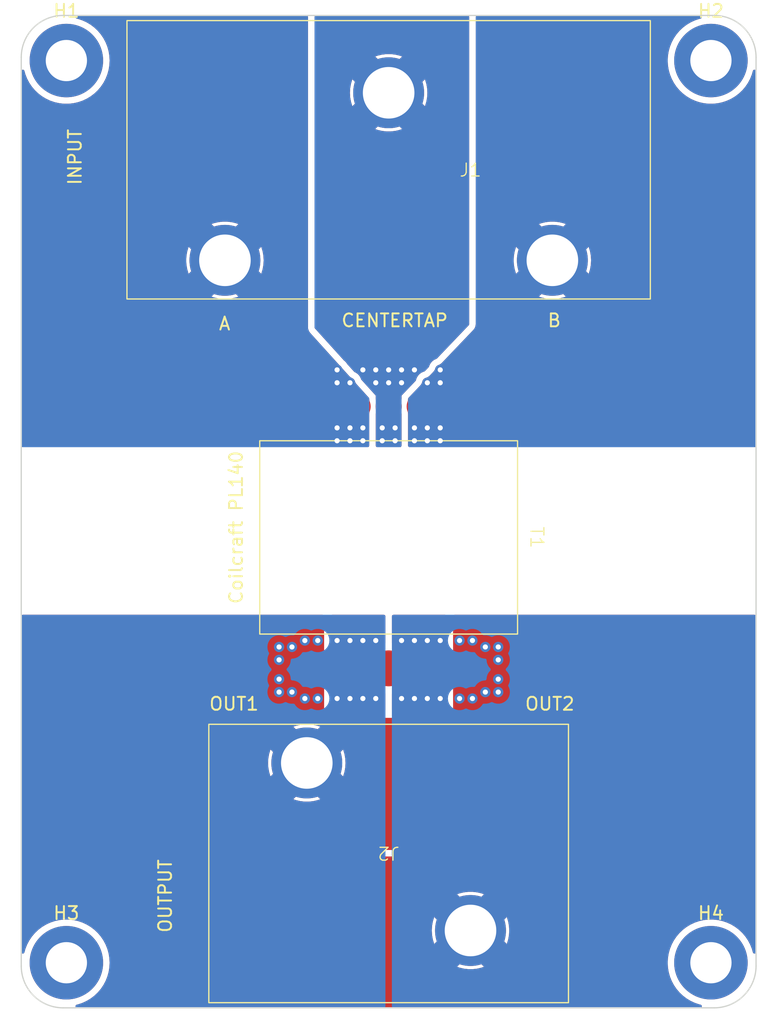
<source format=kicad_pcb>
(kicad_pcb (version 20221018) (generator pcbnew)
  (layers (0 "F.Cu" signal) (1 "In1.Cu" signal) (2 "In2.Cu" signal) (31 "B.Cu" signal) (34 "B.Paste" user) (35 "F.Paste" user) (36 "B.SilkS" user "B.Silkscreen") (37 "F.SilkS" user "F.Silkscreen") (38 "B.Mask" user) (39 "F.Mask" user) (44 "Edge.Cuts" user))
  (net 0 "")
  (net 1 "Net-(J1-Pin_1)")
  (net 2 "Net-(J1-Pin_2)")
  (net 3 "Net-(J1-Pin_3)")
  (net 4 "OUT1")
  (net 5 "OUT2")
  (footprint "MountingHole:MountingHole_3.2mm_M3_ISO7380_Pad" (layer "F.Cu") (at 114 87)
    (fp_text reference "H4" (at 0 -3.85) (layer "F.SilkS"))
    (fp_text value "MountingHole")
    (pad "1" thru_hole circle (at 0 0) (size 5.7 5.7) (drill 3.2) (layers "*.Cu" "*.Mask"))
  )
  (footprint "MountingHole:MountingHole_3.2mm_M3_ISO7380_Pad" (layer "F.Cu") (at 64 87)
    (fp_text reference "H3" (at 0 -3.85) (layer "F.SilkS"))
    (fp_text value "MountingHole")
    (pad "1" thru_hole circle (at 0 0) (size 5.7 5.7) (drill 3.2) (layers "*.Cu" "*.Mask"))
  )
  (footprint "BarrierBlock:0389690002" (layer "F.Cu") (at 89 78 180)
    (fp_text reference "J2" (at 0 -0.5 180 unlocked) (layer "F.SilkS") (effects (font (thickness 0.1))))
    (fp_text value "Conn_01x02")
    (fp_rect (start -13.95 -12.1) (end 13.95 9.5) (stroke (width 0.1)) (fill none) (layer "F.SilkS"))
    (pad "1" thru_hole circle (at -6.35 -6.5 180) (size 5.5 5.5) (drill 4) (layers "*.Cu" "*.Mask") (net 4 "OUT1"))
    (pad "2" thru_hole circle (at 6.35 6.5 180) (size 5.5 5.5) (drill 4) (layers "*.Cu" "*.Mask") (net 5 "OUT2"))
  )
  (footprint "MountingHole:MountingHole_3.2mm_M3_ISO7380_Pad" (layer "F.Cu") (at 114 17)
    (fp_text reference "H2" (at 0 -3.85) (layer "F.SilkS"))
    (fp_text value "MountingHole")
    (pad "1" thru_hole circle (at 0 0) (size 5.7 5.7) (drill 3.2) (layers "*.Cu" "*.Mask"))
  )
  (footprint "MountingHole:MountingHole_3.2mm_M3_ISO7380_Pad" (layer "F.Cu") (at 64 17)
    (fp_text reference "H1" (at 0 -3.85) (layer "F.SilkS"))
    (fp_text value "MountingHole")
    (pad "1" thru_hole circle (at 0 0) (size 5.7 5.7) (drill 3.2) (layers "*.Cu" "*.Mask"))
  )
  (footprint "BarrierBlock:0389690003" (layer "F.Cu") (at 89 26)
    (fp_text reference "J1" (at 6.35 -0.5 unlocked) (layer "F.SilkS") (effects (font (thickness 0.1))))
    (fp_text value "Conn_01x03")
    (fp_rect (start -20.3 -12.1) (end 20.3 9.5) (stroke (width 0.1)) (fill none) (layer "F.SilkS"))
    (pad "1" thru_hole circle (at -12.7 6.5) (size 5.5 5.5) (drill 4) (layers "*.Cu" "*.Mask") (net 1 "Net-(J1-Pin_1)"))
    (pad "2" thru_hole circle (at 0 -6.5) (size 5.5 5.5) (drill 4) (layers "*.Cu" "*.Mask") (net 2 "Net-(J1-Pin_2)"))
    (pad "3" thru_hole circle (at 12.7 6.5) (size 5.5 5.5) (drill 4) (layers "*.Cu" "*.Mask") (net 3 "Net-(J1-Pin_3)"))
  )
  (footprint "Transformer_SMD:Transformer_Coilcraft_PL140" (layer "F.Cu") (at 89 54 -90)
    (fp_text reference "T1" (at 0 -11.5 -90 unlocked) (layer "F.SilkS") (effects (font (thickness 0.1))))
    (fp_text value "Transformer_SP_2S")
    (fp_rect (start -7.5 -10) (end 7.5 10) (stroke (width 0.1)) (fill none) (layer "F.SilkS"))
    (pad "1" smd circle (at -10.16 -4.82 270) (size 2.03 2.03) (layers "F.Cu" "F.Paste" "F.Mask"))
    (pad "2" smd circle (at -10.16 -2.41 270) (size 2.03 2.03) (layers "F.Cu" "F.Paste" "F.Mask") (net 3 "Net-(J1-Pin_3)"))
    (pad "3" smd circle (at -10.16 0 270) (size 2.03 2.03) (layers "F.Cu" "F.Paste" "F.Mask") (net 2 "Net-(J1-Pin_2)"))
    (pad "4" smd circle (at -10.16 2.41 270) (size 2.03 2.03) (layers "F.Cu" "F.Paste" "F.Mask") (net 1 "Net-(J1-Pin_1)"))
    (pad "5" smd circle (at -10.16 4.82 270) (size 2.03 2.03) (layers "F.Cu" "F.Paste" "F.Mask"))
    (pad "6" smd circle (at 10.16 6.36 270) (size 2.79 2.79) (layers "F.Cu" "F.Paste" "F.Mask") (net 4 "OUT1"))
    (pad "7" smd circle (at 10.16 3.18 270) (size 2.79 2.79) (layers "F.Cu" "F.Paste" "F.Mask") (net 5 "OUT2"))
    (pad "8" smd circle (at 10.16 0 270) (size 2.79 2.79) (layers "F.Cu" "F.Paste" "F.Mask"))
    (pad "9" smd circle (at 10.16 -3.18 270) (size 2.79 2.79) (layers "F.Cu" "F.Paste" "F.Mask") (net 4 "OUT1"))
    (pad "10" smd circle (at 10.16 -6.36 270) (size 2.79 2.79) (layers "F.Cu" "F.Paste" "F.Mask") (net 5 "OUT2"))
  )
  (gr_line (start 114.25 90.5) (end 63.75 90.5) (stroke (width 0.1)) (layer "Edge.Cuts"))
  (gr_line (start 117.5 16.75) (end 117.5 87.25) (stroke (width 0.1)) (layer "Edge.Cuts"))
  (gr_line (start 63.75 13.5) (end 114.25 13.5) (stroke (width 0.1)) (layer "Edge.Cuts"))
  (gr_arc (start 117.5 87.25) (mid 116.548097 89.548097) (end 114.25 90.5) (stroke (width 0.1)) (layer "Edge.Cuts"))
  (gr_arc (start 114.25 13.5) (mid 116.548097 14.451903) (end 117.5 16.75) (stroke (width 0.1)) (layer "Edge.Cuts"))
  (gr_arc (start 63.75 90.5) (mid 61.451903 89.548097) (end 60.5 87.25) (stroke (width 0.1)) (layer "Edge.Cuts"))
  (gr_arc (start 60.5 16.75) (mid 61.451903 14.451903) (end 63.75 13.5) (stroke (width 0.1)) (layer "Edge.Cuts"))
  (gr_line (start 60.5 87.25) (end 60.5 16.75) (stroke (width 0.1)) (layer "Edge.Cuts"))
  (gr_text "OUT2" (at 99.5 67.5) (layer "F.SilkS") (effects (font (size 1 1)) (justify left bottom)))
  (gr_text "OUTPUT" (at 72.25 84.75 90) (layer "F.SilkS") (effects (font (size 1 1)) (justify left bottom)))
  (gr_text "B" (at 101.25 37.75) (layer "F.SilkS") (effects (font (size 1 1)) (justify left bottom)))
  (gr_text "CENTERTAP" (at 85.25 37.75) (layer "F.SilkS") (effects (font (size 1 1)) (justify left bottom)))
  (gr_text "A" (at 75.75 38) (layer "F.SilkS") (effects (font (size 1 1)) (justify left bottom)))
  (gr_text "INPUT" (at 65.25 26.75 90) (layer "F.SilkS") (effects (font (size 1 1)) (justify left bottom)))
  (gr_text "OUT1" (at 75 67.5) (layer "F.SilkS") (effects (font (size 1 1)) (justify left bottom)))
  (gr_text "Coilcraft PL140" (at 77.75 59.25 90) (layer "F.SilkS") (effects (font (size 1 1)) (justify left bottom)))
  (via (at 86 42) (size 0.8) (drill 0.4) (layers "F.Cu" "B.Cu") (net 1))
  (via (at 87 46.5) (size 0.8) (drill 0.4) (layers "F.Cu" "B.Cu") (net 1))
  (via (at 86 45.5) (size 0.8) (drill 0.4) (layers "F.Cu" "B.Cu") (net 1))
  (via (at 85 42) (size 0.8) (drill 0.4) (layers "F.Cu" "B.Cu") (net 1))
  (via (at 87 45.5) (size 0.8) (drill 0.4) (layers "F.Cu" "B.Cu") (net 1))
  (via (at 85 41) (size 0.8) (drill 0.4) (layers "F.Cu" "B.Cu") (net 1))
  (via (at 86 46.5) (size 0.8) (drill 0.4) (layers "F.Cu" "B.Cu") (net 1))
  (via (at 85 46.5) (size 0.8) (drill 0.4) (layers "F.Cu" "B.Cu") (net 1))
  (via (at 85 45.5) (size 0.8) (drill 0.4) (layers "F.Cu" "B.Cu") (net 1))
  (via (at 89 41) (size 0.8) (drill 0.4) (layers "F.Cu" "B.Cu") (net 2))
  (via (at 88 41) (size 0.8) (drill 0.4) (layers "F.Cu" "B.Cu") (net 2))
  (via (at 89 42) (size 0.8) (drill 0.4) (layers "F.Cu" "B.Cu") (net 2))
  (via (at 88.5 46.5) (size 0.8) (drill 0.4) (layers "F.Cu" "B.Cu") (net 2))
  (via (at 91 41) (size 0.8) (drill 0.4) (layers "F.Cu" "B.Cu") (net 2))
  (via (at 90 42) (size 0.8) (drill 0.4) (layers "F.Cu" "B.Cu") (net 2))
  (via (at 87 41) (size 0.8) (drill 0.4) (layers "F.Cu" "B.Cu") (net 2))
  (via (at 89.5 45.5) (size 0.8) (drill 0.4) (layers "F.Cu" "B.Cu") (net 2))
  (via (at 88 42) (size 0.8) (drill 0.4) (layers "F.Cu" "B.Cu") (net 2))
  (via (at 88.5 45.5) (size 0.8) (drill 0.4) (layers "F.Cu" "B.Cu") (net 2))
  (via (at 89.5 46.5) (size 0.8) (drill 0.4) (layers "F.Cu" "B.Cu") (net 2))
  (via (at 90 41) (size 0.8) (drill 0.4) (layers "F.Cu" "B.Cu") (net 2))
  (via (at 92 42) (size 0.8) (drill 0.4) (layers "F.Cu" "B.Cu") (net 3))
  (via (at 93 41) (size 0.8) (drill 0.4) (layers "F.Cu" "B.Cu") (net 3))
  (via (at 92 46.5) (size 0.8) (drill 0.4) (layers "F.Cu" "B.Cu") (net 3))
  (via (at 92 45.5) (size 0.8) (drill 0.4) (layers "F.Cu" "B.Cu") (net 3))
  (via (at 93 42) (size 0.8) (drill 0.4) (layers "F.Cu" "B.Cu") (net 3))
  (via (at 93 45.5) (size 0.8) (drill 0.4) (layers "F.Cu" "B.Cu") (net 3))
  (via (at 93 46.5) (size 0.8) (drill 0.4) (layers "F.Cu" "B.Cu") (net 3))
  (via (at 91 46.5) (size 0.8) (drill 0.4) (layers "F.Cu" "B.Cu") (net 3))
  (via (at 91 45.5) (size 0.8) (drill 0.4) (layers "F.Cu" "B.Cu") (net 3))
  (via (at 92 66.5) (size 0.8) (drill 0.4) (layers "F.Cu" "B.Cu") (net 4))
  (via (at 90 62) (size 0.8) (drill 0.4) (layers "F.Cu" "B.Cu") (net 4))
  (via (at 93 66.5) (size 0.8) (drill 0.4) (layers "F.Cu" "B.Cu") (net 4))
  (via (at 92 62) (size 0.8) (drill 0.4) (layers "F.Cu" "B.Cu") (net 4))
  (via (at 90 66.5) (size 0.8) (drill 0.4) (layers "F.Cu" "B.Cu") (net 4))
  (via (at 82.5 66.5) (size 0.8) (drill 0.4) (layers "F.Cu" "B.Cu") (net 4))
  (via (at 81.5 62.5) (size 0.8) (drill 0.4) (layers "F.Cu" "B.Cu") (net 4))
  (via (at 91 62) (size 0.8) (drill 0.4) (layers "F.Cu" "B.Cu") (net 4))
  (via (at 81.5 66) (size 0.8) (drill 0.4) (layers "F.Cu" "B.Cu") (net 4))
  (via (at 80.5 65) (size 0.8) (drill 0.4) (layers "F.Cu" "B.Cu") (net 4))
  (via (at 80.5 62.5) (size 0.8) (drill 0.4) (layers "F.Cu" "B.Cu") (net 4))
  (via (at 83.5 66.5) (size 0.8) (drill 0.4) (layers "F.Cu" "B.Cu") (net 4))
  (via (at 80.5 63.5) (size 0.8) (drill 0.4) (layers "F.Cu" "B.Cu") (net 4))
  (via (at 91 66.5) (size 0.8) (drill 0.4) (layers "F.Cu" "B.Cu") (net 4))
  (via (at 93 62) (size 0.8) (drill 0.4) (layers "F.Cu" "B.Cu") (net 4))
  (via (at 80.5 66) (size 0.8) (drill 0.4) (layers "F.Cu" "B.Cu") (net 4))
  (via (at 82.5 62) (size 0.8) (drill 0.4) (layers "F.Cu" "B.Cu") (net 4))
  (via (at 83.5 62) (size 0.8) (drill 0.4) (layers "F.Cu" "B.Cu") (net 4))
  (via (at 97.5 65) (size 0.8) (drill 0.4) (layers "F.Cu" "B.Cu") (net 5))
  (via (at 95.5 66.5) (size 0.8) (drill 0.4) (layers "F.Cu" "B.Cu") (net 5))
  (via (at 95.5 62) (size 0.8) (drill 0.4) (layers "F.Cu" "B.Cu") (net 5))
  (via (at 94.5 62) (size 0.8) (drill 0.4) (layers "F.Cu" "B.Cu") (net 5))
  (via (at 87 62) (size 0.8) (drill 0.4) (layers "F.Cu" "B.Cu") (net 5))
  (via (at 85 66.5) (size 0.8) (drill 0.4) (layers "F.Cu" "B.Cu") (net 5))
  (via (at 96.5 66) (size 0.8) (drill 0.4) (layers "F.Cu" "B.Cu") (net 5))
  (via (at 88 62) (size 0.8) (drill 0.4) (layers "F.Cu" "B.Cu") (net 5))
  (via (at 97.5 63.5) (size 0.8) (drill 0.4) (layers "F.Cu" "B.Cu") (net 5))
  (via (at 97.5 62.5) (size 0.8) (drill 0.4) (layers "F.Cu" "B.Cu") (net 5))
  (via (at 96.5 62.5) (size 0.8) (drill 0.4) (layers "F.Cu" "B.Cu") (net 5))
  (via (at 97.5 66) (size 0.8) (drill 0.4) (layers "F.Cu" "B.Cu") (net 5))
  (via (at 85 62) (size 0.8) (drill 0.4) (layers "F.Cu" "B.Cu") (net 5))
  (via (at 86 66.5) (size 0.8) (drill 0.4) (layers "F.Cu" "B.Cu") (net 5))
  (via (at 94.5 66.5) (size 0.8) (drill 0.4) (layers "F.Cu" "B.Cu") (net 5))
  (via (at 88 66.5) (size 0.8) (drill 0.4) (layers "F.Cu" "B.Cu") (net 5))
  (via (at 86 62) (size 0.8) (drill 0.4) (layers "F.Cu" "B.Cu") (net 5))
  (via (at 87 66.5) (size 0.8) (drill 0.4) (layers "F.Cu" "B.Cu") (net 5))
  (zone (net 4) (net_name "OUT1") (layer "F.Cu") (priority 5) (connect_pads thru_hole_only (clearance 0.5)) (min_thickness 0.25) (fill yes (thermal_gap 0.25) (thermal_bridge_width 2.5))
    (polygon (pts (xy 89.25 60) (xy 89.25 67.5) (xy 93.5 67.5) (xy 93.5 60)))
  )
  (zone (net 5) (net_name "OUT2") (layer "F.Cu") (priority 4) (connect_pads thru_hole_only (clearance 0.5)) (min_thickness 0.25) (fill yes (thermal_gap 0.25) (thermal_bridge_width 2.5))
    (polygon (pts (xy 84.5 60) (xy 88.75 60) (xy 88.75 67.5) (xy 84.5 67.5)))
  )
  (zone (net 4) (net_name "OUT1") (layer "F.Cu") (connect_pads thru_hole_only (clearance 0.5)) (min_thickness 0.25) (fill yes (thermal_gap 0.25) (thermal_bridge_width 2.5))
    (polygon (pts (xy 60.5 60) (xy 84 60) (xy 84 67.5) (xy 77.5 67.5) (xy 77.5 78.75) (xy 117.5 78.75) (xy 117.5 90.5) (xy 60.5 90.5)))
  )
  (zone (net 5) (net_name "OUT2") (layer "F.Cu") (priority 6) (connect_pads thru_hole_only (clearance 0.5)) (min_thickness 0.25) (fill yes (thermal_gap 0.25) (thermal_bridge_width 2.5))
    (polygon (pts (xy 78 68) (xy 94 68) (xy 94 60) (xy 117.5 60) (xy 117.5 78.25) (xy 78 78.25)))
  )
  (zone (net 1) (net_name "Net-(J1-Pin_1)") (layers "F.Cu" "In1.Cu" "In2.Cu" "B.Cu") (priority 1) (connect_pads thru_hole_only (clearance 0.5)) (min_thickness 0.25) (fill yes (thermal_gap 0.25) (thermal_bridge_width 2.5))
    (polygon (pts (xy 60.5 13.5) (xy 82.75 13.5) (xy 82.75 37.75) (xy 87.75 43.25) (xy 87.75 47) (xy 60.5 47)))
  )
  (zone (net 3) (net_name "Net-(J1-Pin_3)") (layers "F.Cu" "In1.Cu" "In2.Cu" "B.Cu") (priority 2) (connect_pads thru_hole_only (clearance 0.5)) (min_thickness 0.25) (fill yes (thermal_gap 0.25) (thermal_bridge_width 2.5))
    (polygon (pts (xy 95.75 13.5) (xy 95.75 37.5) (xy 90.25 43.25) (xy 90.25 47) (xy 117.5 47) (xy 117.5 13.5)))
  )
  (zone (net 2) (net_name "Net-(J1-Pin_2)") (layers "F.Cu" "In1.Cu" "In2.Cu" "B.Cu") (priority 3) (connect_pads thru_hole_only (clearance 0.5)) (min_thickness 0.25) (fill yes (thermal_gap 0.25) (thermal_bridge_width 2.5))
    (polygon (pts (xy 88 47) (xy 90 47) (xy 90 43) (xy 95.25 37.5) (xy 95.25 13.5) (xy 83.25 13.5) (xy 83.25 37.75) (xy 88 43)))
  )
  (zone (net 4) (net_name "OUT1") (layer "B.Cu") (priority 9) (connect_pads thru_hole_only (clearance 0.5)) (min_thickness 0.25) (fill yes (thermal_gap 0.25) (thermal_bridge_width 2.5) (island_removal_mode 1) (island_area_min 10))
    (polygon (pts (xy 89.25 60) (xy 89.25 90.5) (xy 117.5 90.5) (xy 117.5 60)))
  )
  (zone (net 5) (net_name "OUT2") (layer "B.Cu") (priority 10) (connect_pads thru_hole_only (clearance 0.5)) (min_thickness 0.25) (fill yes (thermal_gap 0.25) (thermal_bridge_width 2.5) (island_removal_mode 1) (island_area_min 10))
    (polygon (pts (xy 88.75 60) (xy 60.5 60) (xy 60.5 90.5) (xy 88.75 90.5)))
  )
)
</source>
